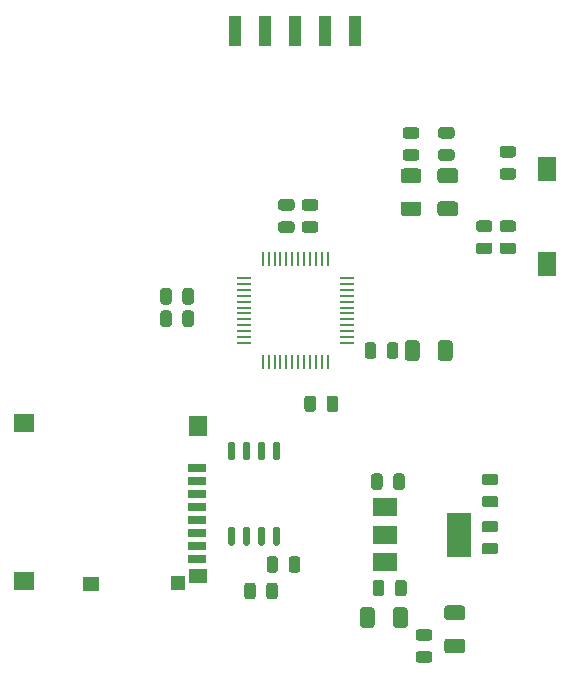
<source format=gbr>
%TF.GenerationSoftware,KiCad,Pcbnew,(5.1.6-0-10_14)*%
%TF.CreationDate,2021-04-25T16:08:19+02:00*%
%TF.ProjectId,ControlUnit,436f6e74-726f-46c5-956e-69742e6b6963,rev?*%
%TF.SameCoordinates,Original*%
%TF.FileFunction,Paste,Top*%
%TF.FilePolarity,Positive*%
%FSLAX46Y46*%
G04 Gerber Fmt 4.6, Leading zero omitted, Abs format (unit mm)*
G04 Created by KiCad (PCBNEW (5.1.6-0-10_14)) date 2021-04-25 16:08:19*
%MOMM*%
%LPD*%
G01*
G04 APERTURE LIST*
%ADD10R,1.500000X2.000000*%
%ADD11R,1.300000X0.250000*%
%ADD12R,0.250000X1.300000*%
%ADD13R,2.000000X3.800000*%
%ADD14R,2.000000X1.500000*%
%ADD15R,1.000000X2.500000*%
%ADD16R,1.600000X0.800000*%
%ADD17R,1.500000X1.290000*%
%ADD18R,1.300000X1.290000*%
%ADD19R,1.400000X1.290000*%
%ADD20R,1.700000X1.500000*%
%ADD21R,1.500000X1.700000*%
G04 APERTURE END LIST*
%TO.C,C1*%
G36*
G01*
X127650000Y-83356250D02*
X127650000Y-82443750D01*
G75*
G02*
X127893750Y-82200000I243750J0D01*
G01*
X128381250Y-82200000D01*
G75*
G02*
X128625000Y-82443750I0J-243750D01*
G01*
X128625000Y-83356250D01*
G75*
G02*
X128381250Y-83600000I-243750J0D01*
G01*
X127893750Y-83600000D01*
G75*
G02*
X127650000Y-83356250I0J243750D01*
G01*
G37*
G36*
G01*
X125775000Y-83356250D02*
X125775000Y-82443750D01*
G75*
G02*
X126018750Y-82200000I243750J0D01*
G01*
X126506250Y-82200000D01*
G75*
G02*
X126750000Y-82443750I0J-243750D01*
G01*
X126750000Y-83356250D01*
G75*
G02*
X126506250Y-83600000I-243750J0D01*
G01*
X126018750Y-83600000D01*
G75*
G02*
X125775000Y-83356250I0J243750D01*
G01*
G37*
%TD*%
%TO.C,C4*%
G36*
G01*
X124706250Y-68425000D02*
X123793750Y-68425000D01*
G75*
G02*
X123550000Y-68181250I0J243750D01*
G01*
X123550000Y-67693750D01*
G75*
G02*
X123793750Y-67450000I243750J0D01*
G01*
X124706250Y-67450000D01*
G75*
G02*
X124950000Y-67693750I0J-243750D01*
G01*
X124950000Y-68181250D01*
G75*
G02*
X124706250Y-68425000I-243750J0D01*
G01*
G37*
G36*
G01*
X124706250Y-66550000D02*
X123793750Y-66550000D01*
G75*
G02*
X123550000Y-66306250I0J243750D01*
G01*
X123550000Y-65818750D01*
G75*
G02*
X123793750Y-65575000I243750J0D01*
G01*
X124706250Y-65575000D01*
G75*
G02*
X124950000Y-65818750I0J-243750D01*
G01*
X124950000Y-66306250D01*
G75*
G02*
X124706250Y-66550000I-243750J0D01*
G01*
G37*
%TD*%
%TO.C,C7*%
G36*
G01*
X125793750Y-65575000D02*
X126706250Y-65575000D01*
G75*
G02*
X126950000Y-65818750I0J-243750D01*
G01*
X126950000Y-66306250D01*
G75*
G02*
X126706250Y-66550000I-243750J0D01*
G01*
X125793750Y-66550000D01*
G75*
G02*
X125550000Y-66306250I0J243750D01*
G01*
X125550000Y-65818750D01*
G75*
G02*
X125793750Y-65575000I243750J0D01*
G01*
G37*
G36*
G01*
X125793750Y-67450000D02*
X126706250Y-67450000D01*
G75*
G02*
X126950000Y-67693750I0J-243750D01*
G01*
X126950000Y-68181250D01*
G75*
G02*
X126706250Y-68425000I-243750J0D01*
G01*
X125793750Y-68425000D01*
G75*
G02*
X125550000Y-68181250I0J243750D01*
G01*
X125550000Y-67693750D01*
G75*
G02*
X125793750Y-67450000I243750J0D01*
G01*
G37*
%TD*%
%TO.C,C8*%
G36*
G01*
X114550000Y-75243750D02*
X114550000Y-76156250D01*
G75*
G02*
X114306250Y-76400000I-243750J0D01*
G01*
X113818750Y-76400000D01*
G75*
G02*
X113575000Y-76156250I0J243750D01*
G01*
X113575000Y-75243750D01*
G75*
G02*
X113818750Y-75000000I243750J0D01*
G01*
X114306250Y-75000000D01*
G75*
G02*
X114550000Y-75243750I0J-243750D01*
G01*
G37*
G36*
G01*
X116425000Y-75243750D02*
X116425000Y-76156250D01*
G75*
G02*
X116181250Y-76400000I-243750J0D01*
G01*
X115693750Y-76400000D01*
G75*
G02*
X115450000Y-76156250I0J243750D01*
G01*
X115450000Y-75243750D01*
G75*
G02*
X115693750Y-75000000I243750J0D01*
G01*
X116181250Y-75000000D01*
G75*
G02*
X116425000Y-75243750I0J-243750D01*
G01*
G37*
%TD*%
%TO.C,C9*%
G36*
G01*
X133292000Y-89956250D02*
X133292000Y-89043750D01*
G75*
G02*
X133535750Y-88800000I243750J0D01*
G01*
X134023250Y-88800000D01*
G75*
G02*
X134267000Y-89043750I0J-243750D01*
G01*
X134267000Y-89956250D01*
G75*
G02*
X134023250Y-90200000I-243750J0D01*
G01*
X133535750Y-90200000D01*
G75*
G02*
X133292000Y-89956250I0J243750D01*
G01*
G37*
G36*
G01*
X131417000Y-89956250D02*
X131417000Y-89043750D01*
G75*
G02*
X131660750Y-88800000I243750J0D01*
G01*
X132148250Y-88800000D01*
G75*
G02*
X132392000Y-89043750I0J-243750D01*
G01*
X132392000Y-89956250D01*
G75*
G02*
X132148250Y-90200000I-243750J0D01*
G01*
X131660750Y-90200000D01*
G75*
G02*
X131417000Y-89956250I0J243750D01*
G01*
G37*
%TD*%
%TO.C,C19*%
G36*
G01*
X122575000Y-96956250D02*
X122575000Y-96043750D01*
G75*
G02*
X122818750Y-95800000I243750J0D01*
G01*
X123306250Y-95800000D01*
G75*
G02*
X123550000Y-96043750I0J-243750D01*
G01*
X123550000Y-96956250D01*
G75*
G02*
X123306250Y-97200000I-243750J0D01*
G01*
X122818750Y-97200000D01*
G75*
G02*
X122575000Y-96956250I0J243750D01*
G01*
G37*
G36*
G01*
X124450000Y-96956250D02*
X124450000Y-96043750D01*
G75*
G02*
X124693750Y-95800000I243750J0D01*
G01*
X125181250Y-95800000D01*
G75*
G02*
X125425000Y-96043750I0J-243750D01*
G01*
X125425000Y-96956250D01*
G75*
G02*
X125181250Y-97200000I-243750J0D01*
G01*
X124693750Y-97200000D01*
G75*
G02*
X124450000Y-96956250I0J243750D01*
G01*
G37*
%TD*%
%TO.C,F1*%
G36*
G01*
X130475000Y-101625000D02*
X130475000Y-100375000D01*
G75*
G02*
X130725000Y-100125000I250000J0D01*
G01*
X131475000Y-100125000D01*
G75*
G02*
X131725000Y-100375000I0J-250000D01*
G01*
X131725000Y-101625000D01*
G75*
G02*
X131475000Y-101875000I-250000J0D01*
G01*
X130725000Y-101875000D01*
G75*
G02*
X130475000Y-101625000I0J250000D01*
G01*
G37*
G36*
G01*
X133275000Y-101625000D02*
X133275000Y-100375000D01*
G75*
G02*
X133525000Y-100125000I250000J0D01*
G01*
X134275000Y-100125000D01*
G75*
G02*
X134525000Y-100375000I0J-250000D01*
G01*
X134525000Y-101625000D01*
G75*
G02*
X134275000Y-101875000I-250000J0D01*
G01*
X133525000Y-101875000D01*
G75*
G02*
X133275000Y-101625000I0J250000D01*
G01*
G37*
%TD*%
%TO.C,L1*%
G36*
G01*
X113575000Y-74256250D02*
X113575000Y-73343750D01*
G75*
G02*
X113818750Y-73100000I243750J0D01*
G01*
X114306250Y-73100000D01*
G75*
G02*
X114550000Y-73343750I0J-243750D01*
G01*
X114550000Y-74256250D01*
G75*
G02*
X114306250Y-74500000I-243750J0D01*
G01*
X113818750Y-74500000D01*
G75*
G02*
X113575000Y-74256250I0J243750D01*
G01*
G37*
G36*
G01*
X115450000Y-74256250D02*
X115450000Y-73343750D01*
G75*
G02*
X115693750Y-73100000I243750J0D01*
G01*
X116181250Y-73100000D01*
G75*
G02*
X116425000Y-73343750I0J-243750D01*
G01*
X116425000Y-74256250D01*
G75*
G02*
X116181250Y-74500000I-243750J0D01*
G01*
X115693750Y-74500000D01*
G75*
G02*
X115450000Y-74256250I0J243750D01*
G01*
G37*
%TD*%
%TO.C,R3*%
G36*
G01*
X140543750Y-69250000D02*
X141456250Y-69250000D01*
G75*
G02*
X141700000Y-69493750I0J-243750D01*
G01*
X141700000Y-69981250D01*
G75*
G02*
X141456250Y-70225000I-243750J0D01*
G01*
X140543750Y-70225000D01*
G75*
G02*
X140300000Y-69981250I0J243750D01*
G01*
X140300000Y-69493750D01*
G75*
G02*
X140543750Y-69250000I243750J0D01*
G01*
G37*
G36*
G01*
X140543750Y-67375000D02*
X141456250Y-67375000D01*
G75*
G02*
X141700000Y-67618750I0J-243750D01*
G01*
X141700000Y-68106250D01*
G75*
G02*
X141456250Y-68350000I-243750J0D01*
G01*
X140543750Y-68350000D01*
G75*
G02*
X140300000Y-68106250I0J243750D01*
G01*
X140300000Y-67618750D01*
G75*
G02*
X140543750Y-67375000I243750J0D01*
G01*
G37*
%TD*%
%TO.C,R7*%
G36*
G01*
X143458250Y-63925000D02*
X142545750Y-63925000D01*
G75*
G02*
X142302000Y-63681250I0J243750D01*
G01*
X142302000Y-63193750D01*
G75*
G02*
X142545750Y-62950000I243750J0D01*
G01*
X143458250Y-62950000D01*
G75*
G02*
X143702000Y-63193750I0J-243750D01*
G01*
X143702000Y-63681250D01*
G75*
G02*
X143458250Y-63925000I-243750J0D01*
G01*
G37*
G36*
G01*
X143458250Y-62050000D02*
X142545750Y-62050000D01*
G75*
G02*
X142302000Y-61806250I0J243750D01*
G01*
X142302000Y-61318750D01*
G75*
G02*
X142545750Y-61075000I243750J0D01*
G01*
X143458250Y-61075000D01*
G75*
G02*
X143702000Y-61318750I0J-243750D01*
G01*
X143702000Y-61806250D01*
G75*
G02*
X143458250Y-62050000I-243750J0D01*
G01*
G37*
%TD*%
D10*
%TO.C,SW2*%
X146304000Y-71056000D03*
X146304000Y-63056000D03*
%TD*%
D11*
%TO.C,U1*%
X120650000Y-72250000D03*
X120650000Y-72750000D03*
X120650000Y-73250000D03*
X120650000Y-73750000D03*
X120650000Y-74250000D03*
X120650000Y-74750000D03*
X120650000Y-75250000D03*
X120650000Y-75750000D03*
X120650000Y-76250000D03*
X120650000Y-76750000D03*
X120650000Y-77250000D03*
X120650000Y-77750000D03*
D12*
X122250000Y-79350000D03*
X122750000Y-79350000D03*
X123250000Y-79350000D03*
X123750000Y-79350000D03*
X124250000Y-79350000D03*
X124750000Y-79350000D03*
X125250000Y-79350000D03*
X125750000Y-79350000D03*
X126250000Y-79350000D03*
X126750000Y-79350000D03*
X127250000Y-79350000D03*
X127750000Y-79350000D03*
D11*
X129350000Y-77750000D03*
X129350000Y-77250000D03*
X129350000Y-76750000D03*
X129350000Y-76250000D03*
X129350000Y-75750000D03*
X129350000Y-75250000D03*
X129350000Y-74750000D03*
X129350000Y-74250000D03*
X129350000Y-73750000D03*
X129350000Y-73250000D03*
X129350000Y-72750000D03*
X129350000Y-72250000D03*
D12*
X127750000Y-70650000D03*
X127250000Y-70650000D03*
X126750000Y-70650000D03*
X126250000Y-70650000D03*
X125750000Y-70650000D03*
X125250000Y-70650000D03*
X124750000Y-70650000D03*
X124250000Y-70650000D03*
X123750000Y-70650000D03*
X123250000Y-70650000D03*
X122750000Y-70650000D03*
X122250000Y-70650000D03*
%TD*%
D13*
%TO.C,U3*%
X138900000Y-93980000D03*
D14*
X132600000Y-93980000D03*
X132600000Y-96280000D03*
X132600000Y-91680000D03*
%TD*%
%TO.C,U6*%
G36*
G01*
X123255000Y-86100000D02*
X123555000Y-86100000D01*
G75*
G02*
X123705000Y-86250000I0J-150000D01*
G01*
X123705000Y-87550000D01*
G75*
G02*
X123555000Y-87700000I-150000J0D01*
G01*
X123255000Y-87700000D01*
G75*
G02*
X123105000Y-87550000I0J150000D01*
G01*
X123105000Y-86250000D01*
G75*
G02*
X123255000Y-86100000I150000J0D01*
G01*
G37*
G36*
G01*
X121985000Y-86100000D02*
X122285000Y-86100000D01*
G75*
G02*
X122435000Y-86250000I0J-150000D01*
G01*
X122435000Y-87550000D01*
G75*
G02*
X122285000Y-87700000I-150000J0D01*
G01*
X121985000Y-87700000D01*
G75*
G02*
X121835000Y-87550000I0J150000D01*
G01*
X121835000Y-86250000D01*
G75*
G02*
X121985000Y-86100000I150000J0D01*
G01*
G37*
G36*
G01*
X120715000Y-86100000D02*
X121015000Y-86100000D01*
G75*
G02*
X121165000Y-86250000I0J-150000D01*
G01*
X121165000Y-87550000D01*
G75*
G02*
X121015000Y-87700000I-150000J0D01*
G01*
X120715000Y-87700000D01*
G75*
G02*
X120565000Y-87550000I0J150000D01*
G01*
X120565000Y-86250000D01*
G75*
G02*
X120715000Y-86100000I150000J0D01*
G01*
G37*
G36*
G01*
X119445000Y-86100000D02*
X119745000Y-86100000D01*
G75*
G02*
X119895000Y-86250000I0J-150000D01*
G01*
X119895000Y-87550000D01*
G75*
G02*
X119745000Y-87700000I-150000J0D01*
G01*
X119445000Y-87700000D01*
G75*
G02*
X119295000Y-87550000I0J150000D01*
G01*
X119295000Y-86250000D01*
G75*
G02*
X119445000Y-86100000I150000J0D01*
G01*
G37*
G36*
G01*
X119445000Y-93300000D02*
X119745000Y-93300000D01*
G75*
G02*
X119895000Y-93450000I0J-150000D01*
G01*
X119895000Y-94750000D01*
G75*
G02*
X119745000Y-94900000I-150000J0D01*
G01*
X119445000Y-94900000D01*
G75*
G02*
X119295000Y-94750000I0J150000D01*
G01*
X119295000Y-93450000D01*
G75*
G02*
X119445000Y-93300000I150000J0D01*
G01*
G37*
G36*
G01*
X120715000Y-93300000D02*
X121015000Y-93300000D01*
G75*
G02*
X121165000Y-93450000I0J-150000D01*
G01*
X121165000Y-94750000D01*
G75*
G02*
X121015000Y-94900000I-150000J0D01*
G01*
X120715000Y-94900000D01*
G75*
G02*
X120565000Y-94750000I0J150000D01*
G01*
X120565000Y-93450000D01*
G75*
G02*
X120715000Y-93300000I150000J0D01*
G01*
G37*
G36*
G01*
X121985000Y-93300000D02*
X122285000Y-93300000D01*
G75*
G02*
X122435000Y-93450000I0J-150000D01*
G01*
X122435000Y-94750000D01*
G75*
G02*
X122285000Y-94900000I-150000J0D01*
G01*
X121985000Y-94900000D01*
G75*
G02*
X121835000Y-94750000I0J150000D01*
G01*
X121835000Y-93450000D01*
G75*
G02*
X121985000Y-93300000I150000J0D01*
G01*
G37*
G36*
G01*
X123255000Y-93300000D02*
X123555000Y-93300000D01*
G75*
G02*
X123705000Y-93450000I0J-150000D01*
G01*
X123705000Y-94750000D01*
G75*
G02*
X123555000Y-94900000I-150000J0D01*
G01*
X123255000Y-94900000D01*
G75*
G02*
X123105000Y-94750000I0J150000D01*
G01*
X123105000Y-93450000D01*
G75*
G02*
X123255000Y-93300000I150000J0D01*
G01*
G37*
%TD*%
%TO.C,D3*%
G36*
G01*
X135525000Y-77775000D02*
X135525000Y-79025000D01*
G75*
G02*
X135275000Y-79275000I-250000J0D01*
G01*
X134525000Y-79275000D01*
G75*
G02*
X134275000Y-79025000I0J250000D01*
G01*
X134275000Y-77775000D01*
G75*
G02*
X134525000Y-77525000I250000J0D01*
G01*
X135275000Y-77525000D01*
G75*
G02*
X135525000Y-77775000I0J-250000D01*
G01*
G37*
G36*
G01*
X138325000Y-77775000D02*
X138325000Y-79025000D01*
G75*
G02*
X138075000Y-79275000I-250000J0D01*
G01*
X137325000Y-79275000D01*
G75*
G02*
X137075000Y-79025000I0J250000D01*
G01*
X137075000Y-77775000D01*
G75*
G02*
X137325000Y-77525000I250000J0D01*
G01*
X138075000Y-77525000D01*
G75*
G02*
X138325000Y-77775000I0J-250000D01*
G01*
G37*
%TD*%
%TO.C,D4*%
G36*
G01*
X138541000Y-67017000D02*
X137291000Y-67017000D01*
G75*
G02*
X137041000Y-66767000I0J250000D01*
G01*
X137041000Y-66017000D01*
G75*
G02*
X137291000Y-65767000I250000J0D01*
G01*
X138541000Y-65767000D01*
G75*
G02*
X138791000Y-66017000I0J-250000D01*
G01*
X138791000Y-66767000D01*
G75*
G02*
X138541000Y-67017000I-250000J0D01*
G01*
G37*
G36*
G01*
X138541000Y-64217000D02*
X137291000Y-64217000D01*
G75*
G02*
X137041000Y-63967000I0J250000D01*
G01*
X137041000Y-63217000D01*
G75*
G02*
X137291000Y-62967000I250000J0D01*
G01*
X138541000Y-62967000D01*
G75*
G02*
X138791000Y-63217000I0J-250000D01*
G01*
X138791000Y-63967000D01*
G75*
G02*
X138541000Y-64217000I-250000J0D01*
G01*
G37*
%TD*%
%TO.C,R8*%
G36*
G01*
X141021750Y-94684000D02*
X141934250Y-94684000D01*
G75*
G02*
X142178000Y-94927750I0J-243750D01*
G01*
X142178000Y-95415250D01*
G75*
G02*
X141934250Y-95659000I-243750J0D01*
G01*
X141021750Y-95659000D01*
G75*
G02*
X140778000Y-95415250I0J243750D01*
G01*
X140778000Y-94927750D01*
G75*
G02*
X141021750Y-94684000I243750J0D01*
G01*
G37*
G36*
G01*
X141021750Y-92809000D02*
X141934250Y-92809000D01*
G75*
G02*
X142178000Y-93052750I0J-243750D01*
G01*
X142178000Y-93540250D01*
G75*
G02*
X141934250Y-93784000I-243750J0D01*
G01*
X141021750Y-93784000D01*
G75*
G02*
X140778000Y-93540250I0J243750D01*
G01*
X140778000Y-93052750D01*
G75*
G02*
X141021750Y-92809000I243750J0D01*
G01*
G37*
%TD*%
%TO.C,R9*%
G36*
G01*
X141956250Y-91675000D02*
X141043750Y-91675000D01*
G75*
G02*
X140800000Y-91431250I0J243750D01*
G01*
X140800000Y-90943750D01*
G75*
G02*
X141043750Y-90700000I243750J0D01*
G01*
X141956250Y-90700000D01*
G75*
G02*
X142200000Y-90943750I0J-243750D01*
G01*
X142200000Y-91431250D01*
G75*
G02*
X141956250Y-91675000I-243750J0D01*
G01*
G37*
G36*
G01*
X141956250Y-89800000D02*
X141043750Y-89800000D01*
G75*
G02*
X140800000Y-89556250I0J243750D01*
G01*
X140800000Y-89068750D01*
G75*
G02*
X141043750Y-88825000I243750J0D01*
G01*
X141956250Y-88825000D01*
G75*
G02*
X142200000Y-89068750I0J-243750D01*
G01*
X142200000Y-89556250D01*
G75*
G02*
X141956250Y-89800000I-243750J0D01*
G01*
G37*
%TD*%
%TO.C,R10*%
G36*
G01*
X130875000Y-78856250D02*
X130875000Y-77943750D01*
G75*
G02*
X131118750Y-77700000I243750J0D01*
G01*
X131606250Y-77700000D01*
G75*
G02*
X131850000Y-77943750I0J-243750D01*
G01*
X131850000Y-78856250D01*
G75*
G02*
X131606250Y-79100000I-243750J0D01*
G01*
X131118750Y-79100000D01*
G75*
G02*
X130875000Y-78856250I0J243750D01*
G01*
G37*
G36*
G01*
X132750000Y-78856250D02*
X132750000Y-77943750D01*
G75*
G02*
X132993750Y-77700000I243750J0D01*
G01*
X133481250Y-77700000D01*
G75*
G02*
X133725000Y-77943750I0J-243750D01*
G01*
X133725000Y-78856250D01*
G75*
G02*
X133481250Y-79100000I-243750J0D01*
G01*
X132993750Y-79100000D01*
G75*
G02*
X132750000Y-78856250I0J243750D01*
G01*
G37*
%TD*%
%TO.C,R11*%
G36*
G01*
X137343750Y-61350000D02*
X138256250Y-61350000D01*
G75*
G02*
X138500000Y-61593750I0J-243750D01*
G01*
X138500000Y-62081250D01*
G75*
G02*
X138256250Y-62325000I-243750J0D01*
G01*
X137343750Y-62325000D01*
G75*
G02*
X137100000Y-62081250I0J243750D01*
G01*
X137100000Y-61593750D01*
G75*
G02*
X137343750Y-61350000I243750J0D01*
G01*
G37*
G36*
G01*
X137343750Y-59475000D02*
X138256250Y-59475000D01*
G75*
G02*
X138500000Y-59718750I0J-243750D01*
G01*
X138500000Y-60206250D01*
G75*
G02*
X138256250Y-60450000I-243750J0D01*
G01*
X137343750Y-60450000D01*
G75*
G02*
X137100000Y-60206250I0J243750D01*
G01*
X137100000Y-59718750D01*
G75*
G02*
X137343750Y-59475000I243750J0D01*
G01*
G37*
%TD*%
%TO.C,R12*%
G36*
G01*
X134343750Y-59475000D02*
X135256250Y-59475000D01*
G75*
G02*
X135500000Y-59718750I0J-243750D01*
G01*
X135500000Y-60206250D01*
G75*
G02*
X135256250Y-60450000I-243750J0D01*
G01*
X134343750Y-60450000D01*
G75*
G02*
X134100000Y-60206250I0J243750D01*
G01*
X134100000Y-59718750D01*
G75*
G02*
X134343750Y-59475000I243750J0D01*
G01*
G37*
G36*
G01*
X134343750Y-61350000D02*
X135256250Y-61350000D01*
G75*
G02*
X135500000Y-61593750I0J-243750D01*
G01*
X135500000Y-62081250D01*
G75*
G02*
X135256250Y-62325000I-243750J0D01*
G01*
X134343750Y-62325000D01*
G75*
G02*
X134100000Y-62081250I0J243750D01*
G01*
X134100000Y-61593750D01*
G75*
G02*
X134343750Y-61350000I243750J0D01*
G01*
G37*
%TD*%
%TO.C,D6*%
G36*
G01*
X137875000Y-99975000D02*
X139125000Y-99975000D01*
G75*
G02*
X139375000Y-100225000I0J-250000D01*
G01*
X139375000Y-100975000D01*
G75*
G02*
X139125000Y-101225000I-250000J0D01*
G01*
X137875000Y-101225000D01*
G75*
G02*
X137625000Y-100975000I0J250000D01*
G01*
X137625000Y-100225000D01*
G75*
G02*
X137875000Y-99975000I250000J0D01*
G01*
G37*
G36*
G01*
X137875000Y-102775000D02*
X139125000Y-102775000D01*
G75*
G02*
X139375000Y-103025000I0J-250000D01*
G01*
X139375000Y-103775000D01*
G75*
G02*
X139125000Y-104025000I-250000J0D01*
G01*
X137875000Y-104025000D01*
G75*
G02*
X137625000Y-103775000I0J250000D01*
G01*
X137625000Y-103025000D01*
G75*
G02*
X137875000Y-102775000I250000J0D01*
G01*
G37*
%TD*%
%TO.C,R13*%
G36*
G01*
X135443750Y-101975000D02*
X136356250Y-101975000D01*
G75*
G02*
X136600000Y-102218750I0J-243750D01*
G01*
X136600000Y-102706250D01*
G75*
G02*
X136356250Y-102950000I-243750J0D01*
G01*
X135443750Y-102950000D01*
G75*
G02*
X135200000Y-102706250I0J243750D01*
G01*
X135200000Y-102218750D01*
G75*
G02*
X135443750Y-101975000I243750J0D01*
G01*
G37*
G36*
G01*
X135443750Y-103850000D02*
X136356250Y-103850000D01*
G75*
G02*
X136600000Y-104093750I0J-243750D01*
G01*
X136600000Y-104581250D01*
G75*
G02*
X136356250Y-104825000I-243750J0D01*
G01*
X135443750Y-104825000D01*
G75*
G02*
X135200000Y-104581250I0J243750D01*
G01*
X135200000Y-104093750D01*
G75*
G02*
X135443750Y-103850000I243750J0D01*
G01*
G37*
%TD*%
%TO.C,C10*%
G36*
G01*
X131575000Y-98956250D02*
X131575000Y-98043750D01*
G75*
G02*
X131818750Y-97800000I243750J0D01*
G01*
X132306250Y-97800000D01*
G75*
G02*
X132550000Y-98043750I0J-243750D01*
G01*
X132550000Y-98956250D01*
G75*
G02*
X132306250Y-99200000I-243750J0D01*
G01*
X131818750Y-99200000D01*
G75*
G02*
X131575000Y-98956250I0J243750D01*
G01*
G37*
G36*
G01*
X133450000Y-98956250D02*
X133450000Y-98043750D01*
G75*
G02*
X133693750Y-97800000I243750J0D01*
G01*
X134181250Y-97800000D01*
G75*
G02*
X134425000Y-98043750I0J-243750D01*
G01*
X134425000Y-98956250D01*
G75*
G02*
X134181250Y-99200000I-243750J0D01*
G01*
X133693750Y-99200000D01*
G75*
G02*
X133450000Y-98956250I0J243750D01*
G01*
G37*
%TD*%
%TO.C,D5*%
G36*
G01*
X135425000Y-67025000D02*
X134175000Y-67025000D01*
G75*
G02*
X133925000Y-66775000I0J250000D01*
G01*
X133925000Y-66025000D01*
G75*
G02*
X134175000Y-65775000I250000J0D01*
G01*
X135425000Y-65775000D01*
G75*
G02*
X135675000Y-66025000I0J-250000D01*
G01*
X135675000Y-66775000D01*
G75*
G02*
X135425000Y-67025000I-250000J0D01*
G01*
G37*
G36*
G01*
X135425000Y-64225000D02*
X134175000Y-64225000D01*
G75*
G02*
X133925000Y-63975000I0J250000D01*
G01*
X133925000Y-63225000D01*
G75*
G02*
X134175000Y-62975000I250000J0D01*
G01*
X135425000Y-62975000D01*
G75*
G02*
X135675000Y-63225000I0J-250000D01*
G01*
X135675000Y-63975000D01*
G75*
G02*
X135425000Y-64225000I-250000J0D01*
G01*
G37*
%TD*%
%TO.C,R15*%
G36*
G01*
X123525000Y-98293750D02*
X123525000Y-99206250D01*
G75*
G02*
X123281250Y-99450000I-243750J0D01*
G01*
X122793750Y-99450000D01*
G75*
G02*
X122550000Y-99206250I0J243750D01*
G01*
X122550000Y-98293750D01*
G75*
G02*
X122793750Y-98050000I243750J0D01*
G01*
X123281250Y-98050000D01*
G75*
G02*
X123525000Y-98293750I0J-243750D01*
G01*
G37*
G36*
G01*
X121650000Y-98293750D02*
X121650000Y-99206250D01*
G75*
G02*
X121406250Y-99450000I-243750J0D01*
G01*
X120918750Y-99450000D01*
G75*
G02*
X120675000Y-99206250I0J243750D01*
G01*
X120675000Y-98293750D01*
G75*
G02*
X120918750Y-98050000I243750J0D01*
G01*
X121406250Y-98050000D01*
G75*
G02*
X121650000Y-98293750I0J-243750D01*
G01*
G37*
%TD*%
D15*
%TO.C,J3*%
X119920000Y-51300000D03*
X122460000Y-51300000D03*
X125000000Y-51300000D03*
X127540000Y-51300000D03*
X130080000Y-51300000D03*
%TD*%
%TO.C,C21*%
G36*
G01*
X143456250Y-70225000D02*
X142543750Y-70225000D01*
G75*
G02*
X142300000Y-69981250I0J243750D01*
G01*
X142300000Y-69493750D01*
G75*
G02*
X142543750Y-69250000I243750J0D01*
G01*
X143456250Y-69250000D01*
G75*
G02*
X143700000Y-69493750I0J-243750D01*
G01*
X143700000Y-69981250D01*
G75*
G02*
X143456250Y-70225000I-243750J0D01*
G01*
G37*
G36*
G01*
X143456250Y-68350000D02*
X142543750Y-68350000D01*
G75*
G02*
X142300000Y-68106250I0J243750D01*
G01*
X142300000Y-67618750D01*
G75*
G02*
X142543750Y-67375000I243750J0D01*
G01*
X143456250Y-67375000D01*
G75*
G02*
X143700000Y-67618750I0J-243750D01*
G01*
X143700000Y-68106250D01*
G75*
G02*
X143456250Y-68350000I-243750J0D01*
G01*
G37*
%TD*%
D16*
%TO.C,J6*%
X116700000Y-96030000D03*
D17*
X116800000Y-97500000D03*
D18*
X115100000Y-98100000D03*
D19*
X107700000Y-98200000D03*
D20*
X102000000Y-97900000D03*
D16*
X116700000Y-94930000D03*
X116700000Y-93830000D03*
X116700000Y-92730000D03*
X116700000Y-91630000D03*
X116700000Y-90530000D03*
X116700000Y-89430000D03*
X116700000Y-88330000D03*
D20*
X102000000Y-84500000D03*
D21*
X116800000Y-84800000D03*
%TD*%
M02*

</source>
